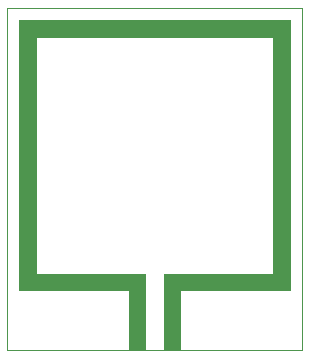
<source format=gbr>
G04 ===== Begin FILE IDENTIFICATION =====*
G04 File Format:  Gerber RS274X*
G04 ===== End FILE IDENTIFICATION =====*
%FSLAX24Y24*%
%MOIN*%
%SFA1.0000B1.0000*%
%OFA0.0B0.0*%
%ADD14C,0.000001*%
%LNcond*%
%IPPOS*%
%LPD*%
G75*
G36*
G01X0Y0D02*
G01X3646D01*
G01Y-1969D01*
G01X4232D01*
G01Y587D01*
G01X587D01*
G01Y8461D01*
G01X8461D01*
G01Y587D01*
G01X4819D01*
G01Y-1969D01*
G01X5402D01*
G01Y0D01*
G01X9047D01*
G01Y9047D01*
G01X0D01*
G01Y0D01*
G37*
D14*
G01X-394Y-1969D02*
G01X9441D01*

G01Y9441D01*

G01X-394D01*

G01Y-1969D01*
M02*


</source>
